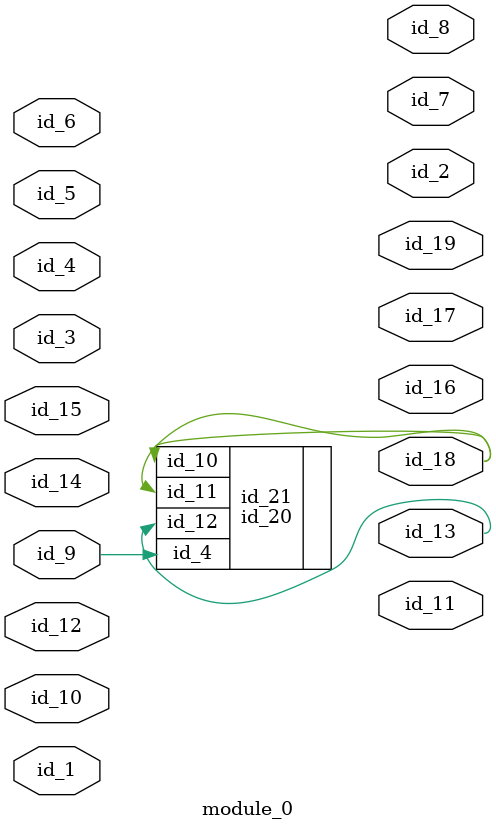
<source format=v>
module module_0 (
    id_1,
    id_2,
    id_3,
    id_4,
    id_5,
    id_6,
    id_7,
    id_8,
    id_9,
    id_10,
    id_11,
    id_12,
    id_13,
    id_14,
    id_15,
    id_16,
    id_17,
    id_18,
    id_19
);
  output id_19;
  output id_18;
  output id_17;
  output id_16;
  input id_15;
  input id_14;
  output id_13;
  input id_12;
  output id_11;
  input id_10;
  input id_9;
  output id_8;
  output id_7;
  input id_6;
  input id_5;
  input id_4;
  input id_3;
  output id_2;
  input id_1;
  id_20 id_21 (
      .id_4 (id_9),
      .id_12(id_13),
      .id_11(id_18),
      .id_10(id_18)
  );
endmodule

</source>
